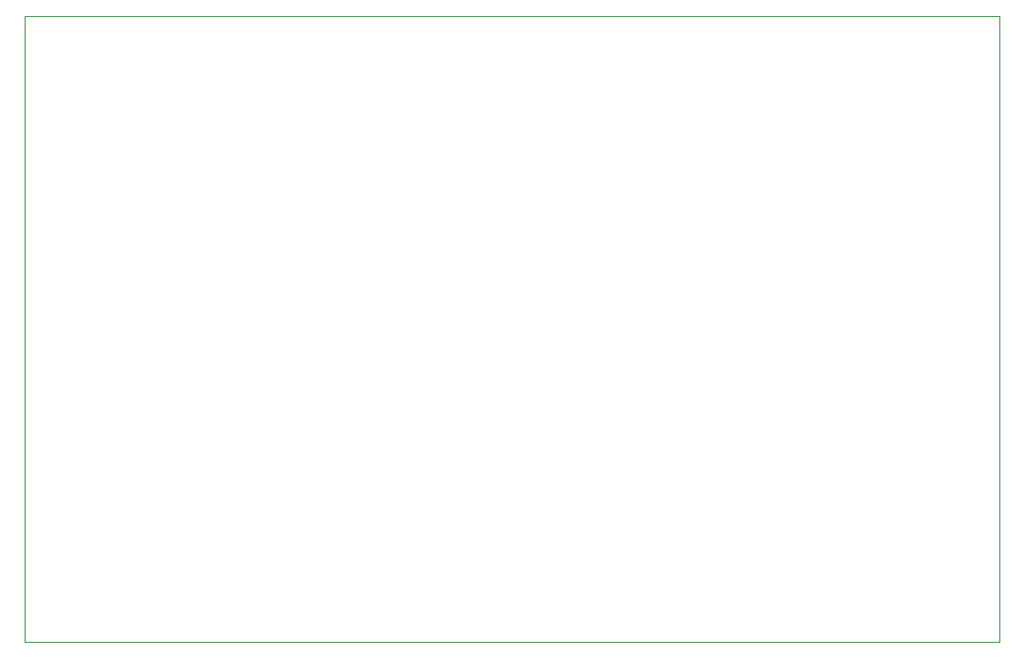
<source format=gbr>
G04 #@! TF.GenerationSoftware,KiCad,Pcbnew,5.1.5+dfsg1-2build2*
G04 #@! TF.CreationDate,2020-11-18T21:04:39-08:00*
G04 #@! TF.ProjectId,Tapper,54617070-6572-42e6-9b69-6361645f7063,rev?*
G04 #@! TF.SameCoordinates,Original*
G04 #@! TF.FileFunction,Profile,NP*
%FSLAX46Y46*%
G04 Gerber Fmt 4.6, Leading zero omitted, Abs format (unit mm)*
G04 Created by KiCad (PCBNEW 5.1.5+dfsg1-2build2) date 2020-11-18 21:04:39*
%MOMM*%
%LPD*%
G04 APERTURE LIST*
%ADD10C,0.050000*%
G04 APERTURE END LIST*
D10*
X145600000Y-43800000D02*
X145600000Y-99800000D01*
X232700000Y-43800000D02*
X145600000Y-43800000D01*
X232700000Y-99800000D02*
X145600000Y-99800000D01*
X232700000Y-43800000D02*
X232700000Y-99800000D01*
M02*

</source>
